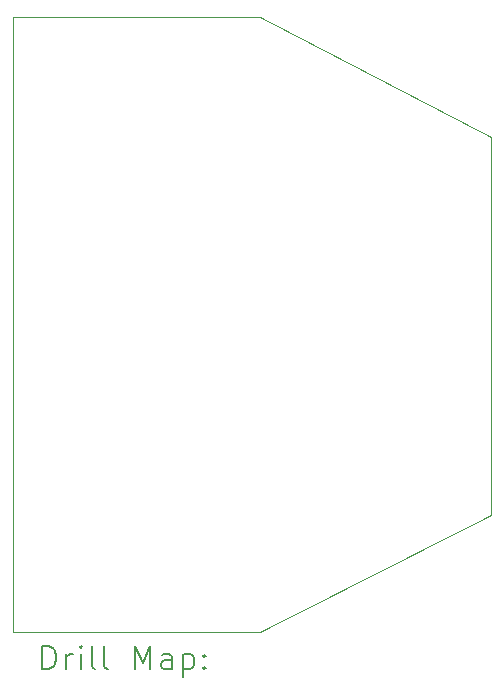
<source format=gbr>
%FSLAX45Y45*%
G04 Gerber Fmt 4.5, Leading zero omitted, Abs format (unit mm)*
G04 Created by KiCad (PCBNEW (6.0.0)) date 2023-01-29 20:41:18*
%MOMM*%
%LPD*%
G01*
G04 APERTURE LIST*
%TA.AperFunction,Profile*%
%ADD10C,0.100000*%
%TD*%
%ADD11C,0.200000*%
G04 APERTURE END LIST*
D10*
X11722100Y-9855200D02*
X13817600Y-9855200D01*
X15773400Y-8864600D02*
X13817600Y-9855200D01*
X11722100Y-4648200D02*
X11722100Y-8140700D01*
X13817600Y-4648200D02*
X11722100Y-4648200D01*
X15773400Y-5664200D02*
X15773400Y-8864600D01*
X13817600Y-4648200D02*
X15773400Y-5664200D01*
X11722100Y-8140700D02*
X11722100Y-9855200D01*
D11*
X11974719Y-10170676D02*
X11974719Y-9970676D01*
X12022338Y-9970676D01*
X12050909Y-9980200D01*
X12069957Y-9999248D01*
X12079481Y-10018295D01*
X12089005Y-10056390D01*
X12089005Y-10084962D01*
X12079481Y-10123057D01*
X12069957Y-10142105D01*
X12050909Y-10161152D01*
X12022338Y-10170676D01*
X11974719Y-10170676D01*
X12174719Y-10170676D02*
X12174719Y-10037343D01*
X12174719Y-10075438D02*
X12184243Y-10056390D01*
X12193767Y-10046867D01*
X12212814Y-10037343D01*
X12231862Y-10037343D01*
X12298528Y-10170676D02*
X12298528Y-10037343D01*
X12298528Y-9970676D02*
X12289005Y-9980200D01*
X12298528Y-9989724D01*
X12308052Y-9980200D01*
X12298528Y-9970676D01*
X12298528Y-9989724D01*
X12422338Y-10170676D02*
X12403290Y-10161152D01*
X12393767Y-10142105D01*
X12393767Y-9970676D01*
X12527100Y-10170676D02*
X12508052Y-10161152D01*
X12498528Y-10142105D01*
X12498528Y-9970676D01*
X12755671Y-10170676D02*
X12755671Y-9970676D01*
X12822338Y-10113533D01*
X12889005Y-9970676D01*
X12889005Y-10170676D01*
X13069957Y-10170676D02*
X13069957Y-10065914D01*
X13060433Y-10046867D01*
X13041386Y-10037343D01*
X13003290Y-10037343D01*
X12984243Y-10046867D01*
X13069957Y-10161152D02*
X13050909Y-10170676D01*
X13003290Y-10170676D01*
X12984243Y-10161152D01*
X12974719Y-10142105D01*
X12974719Y-10123057D01*
X12984243Y-10104010D01*
X13003290Y-10094486D01*
X13050909Y-10094486D01*
X13069957Y-10084962D01*
X13165195Y-10037343D02*
X13165195Y-10237343D01*
X13165195Y-10046867D02*
X13184243Y-10037343D01*
X13222338Y-10037343D01*
X13241386Y-10046867D01*
X13250909Y-10056390D01*
X13260433Y-10075438D01*
X13260433Y-10132581D01*
X13250909Y-10151629D01*
X13241386Y-10161152D01*
X13222338Y-10170676D01*
X13184243Y-10170676D01*
X13165195Y-10161152D01*
X13346148Y-10151629D02*
X13355671Y-10161152D01*
X13346148Y-10170676D01*
X13336624Y-10161152D01*
X13346148Y-10151629D01*
X13346148Y-10170676D01*
X13346148Y-10046867D02*
X13355671Y-10056390D01*
X13346148Y-10065914D01*
X13336624Y-10056390D01*
X13346148Y-10046867D01*
X13346148Y-10065914D01*
M02*

</source>
